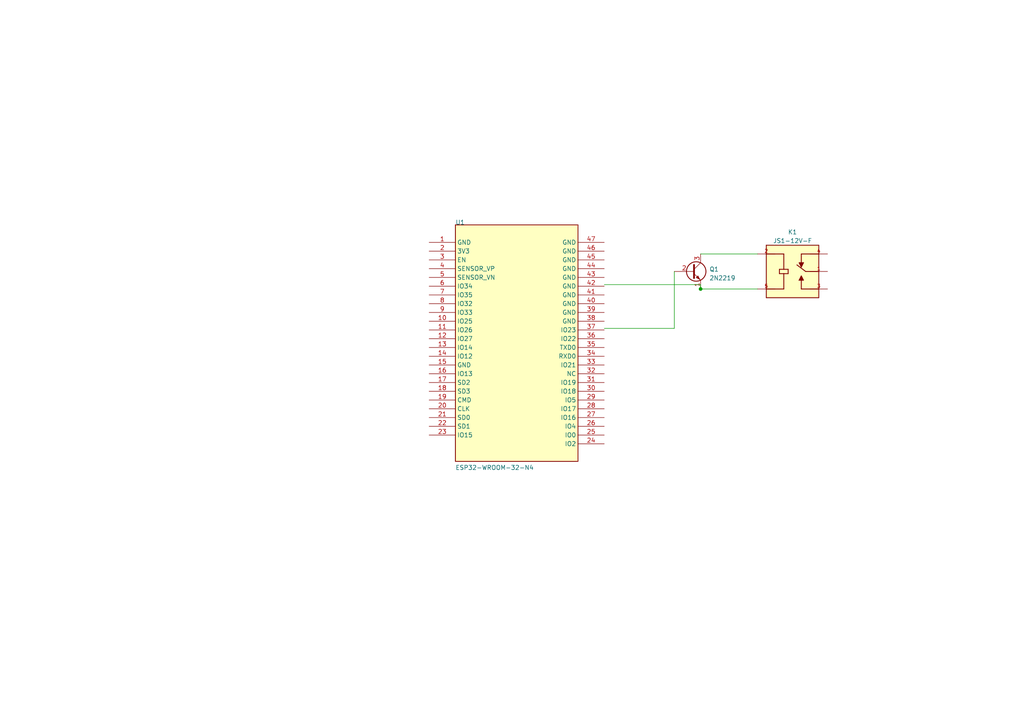
<source format=kicad_sch>
(kicad_sch (version 20230121) (generator eeschema)
  (paper "A4")
  (lib_symbols
    (symbol "EspToRelay-altium-import:root_0_ESP32-WROOM-32-N4"
      (symbol "root_0_ESP32-WROOM-32-N4_1_0"
        (rectangle (start 43.18 5.08) (end 7.62 -63.5) (stroke (width 0.254)) (fill (type background)))
        (pin power_in line (at 0 0 0) (length 7.62) (name "GND") (number "1"))
        (pin bidirectional line (at 0 -22.86 0) (length 7.62) (name "IO25") (number "10"))
        (pin bidirectional line (at 0 -25.4 0) (length 7.62) (name "IO26") (number "11"))
        (pin bidirectional line (at 0 -27.94 0) (length 7.62) (name "IO27") (number "12"))
        (pin bidirectional line (at 0 -30.48 0) (length 7.62) (name "IO14") (number "13"))
        (pin bidirectional line (at 0 -33.02 0) (length 7.62) (name "IO12") (number "14"))
        (pin power_in line (at 0 -35.56 0) (length 7.62) (name "GND") (number "15"))
        (pin bidirectional line (at 0 -38.1 0) (length 7.62) (name "IO13") (number "16"))
        (pin bidirectional line (at 0 -40.64 0) (length 7.62) (name "SD2") (number "17"))
        (pin bidirectional line (at 0 -43.18 0) (length 7.62) (name "SD3") (number "18"))
        (pin bidirectional line (at 0 -45.72 0) (length 7.62) (name "CMD") (number "19"))
        (pin power_in line (at 0 -2.54 0) (length 7.62) (name "3V3") (number "2"))
        (pin bidirectional line (at 0 -48.26 0) (length 7.62) (name "CLK") (number "20"))
        (pin bidirectional line (at 0 -50.8 0) (length 7.62) (name "SD0") (number "21"))
        (pin bidirectional line (at 0 -53.34 0) (length 7.62) (name "SD1") (number "22"))
        (pin bidirectional line (at 0 -55.88 0) (length 7.62) (name "IO15") (number "23"))
        (pin bidirectional line (at 50.8 -58.42 180) (length 7.62) (name "IO2") (number "24"))
        (pin bidirectional line (at 50.8 -55.88 180) (length 7.62) (name "IO0") (number "25"))
        (pin bidirectional line (at 50.8 -53.34 180) (length 7.62) (name "IO4") (number "26"))
        (pin bidirectional line (at 50.8 -50.8 180) (length 7.62) (name "IO16") (number "27"))
        (pin bidirectional line (at 50.8 -48.26 180) (length 7.62) (name "IO17") (number "28"))
        (pin bidirectional line (at 50.8 -45.72 180) (length 7.62) (name "IO5") (number "29"))
        (pin input line (at 0 -5.08 0) (length 7.62) (name "EN") (number "3"))
        (pin bidirectional line (at 50.8 -43.18 180) (length 7.62) (name "IO18") (number "30"))
        (pin bidirectional line (at 50.8 -40.64 180) (length 7.62) (name "IO19") (number "31"))
        (pin passive line (at 50.8 -38.1 180) (length 7.62) (name "NC") (number "32"))
        (pin bidirectional line (at 50.8 -35.56 180) (length 7.62) (name "IO21") (number "33"))
        (pin bidirectional line (at 50.8 -33.02 180) (length 7.62) (name "RXD0") (number "34"))
        (pin bidirectional line (at 50.8 -30.48 180) (length 7.62) (name "TXD0") (number "35"))
        (pin bidirectional line (at 50.8 -27.94 180) (length 7.62) (name "IO22") (number "36"))
        (pin bidirectional line (at 50.8 -25.4 180) (length 7.62) (name "IO23") (number "37"))
        (pin power_in line (at 50.8 -22.86 180) (length 7.62) (name "GND") (number "38"))
        (pin power_in line (at 50.8 -20.32 180) (length 7.62) (name "GND") (number "39"))
        (pin input line (at 0 -7.62 0) (length 7.62) (name "SENSOR_VP") (number "4"))
        (pin power_in line (at 50.8 -17.78 180) (length 7.62) (name "GND") (number "40"))
        (pin power_in line (at 50.8 -15.24 180) (length 7.62) (name "GND") (number "41"))
        (pin power_in line (at 50.8 -12.7 180) (length 7.62) (name "GND") (number "42"))
        (pin power_in line (at 50.8 -10.16 180) (length 7.62) (name "GND") (number "43"))
        (pin power_in line (at 50.8 -7.62 180) (length 7.62) (name "GND") (number "44"))
        (pin power_in line (at 50.8 -5.08 180) (length 7.62) (name "GND") (number "45"))
        (pin power_in line (at 50.8 -2.54 180) (length 7.62) (name "GND") (number "46"))
        (pin power_in line (at 50.8 0 180) (length 7.62) (name "GND") (number "47"))
        (pin input line (at 0 -10.16 0) (length 7.62) (name "SENSOR_VN") (number "5"))
        (pin input line (at 0 -12.7 0) (length 7.62) (name "IO34") (number "6"))
        (pin input line (at 0 -15.24 0) (length 7.62) (name "IO35") (number "7"))
        (pin bidirectional line (at 0 -17.78 0) (length 7.62) (name "IO32") (number "8"))
        (pin bidirectional line (at 0 -20.32 0) (length 7.62) (name "IO33") (number "9"))
      )
    )
    (symbol "JS1-12V-F:JS1-12V-F" (pin_names (offset 1.016))
      (property "Reference" "K" (at -7.62 8.89 0))
      (property "Value" "JS1-12V-F" (at -7.62 -10.16 0))
      (symbol "JS1-12V-F_0_0"
        (rectangle (start -7.62 -7.62) (end 7.62 7.62) (stroke (width 0.254)) (fill (type background)))
        (polyline (pts (xy -7.62 -5.08) (xy -2.54 -5.08)) (stroke (width 0.254)))
        (polyline (pts (xy -7.62 5.08) (xy -2.54 5.08)) (stroke (width 0.254)))
        (polyline (pts (xy -3.81 -0.635) (xy -3.81 0.635)) (stroke (width 0.254)))
        (polyline (pts (xy -3.81 0.635) (xy -2.54 0.635)) (stroke (width 0.254)))
        (polyline (pts (xy -2.54 -0.635) (xy -3.81 -0.635)) (stroke (width 0.254)))
        (polyline (pts (xy -2.54 -0.635) (xy -2.54 -5.08)) (stroke (width 0.254)))
        (polyline (pts (xy -2.54 0.635) (xy -1.27 0.635)) (stroke (width 0.254)))
        (polyline (pts (xy -2.54 5.08) (xy -2.54 0.635)) (stroke (width 0.254)))
        (polyline (pts (xy -1.27 -0.635) (xy -2.54 -0.635)) (stroke (width 0.254)))
        (polyline (pts (xy -1.27 0.635) (xy -1.27 -0.635)) (stroke (width 0.254)))
        (polyline (pts (xy 2.54 -5.08) (xy 2.54 -2.54)) (stroke (width 0.254)))
        (polyline (pts (xy 2.54 5.08) (xy 2.54 2.54)) (stroke (width 0.254)))
        (polyline (pts (xy 2.54 5.08) (xy 7.62 5.08)) (stroke (width 0.254)))
        (polyline (pts (xy 3.81 0) (xy 1.27 1.905)) (stroke (width 0.254)))
        (polyline (pts (xy 7.62 -5.08) (xy 2.54 -5.08)) (stroke (width 0.254)))
        (polyline (pts (xy 7.62 0) (xy 3.81 0)) (stroke (width 0.254)))
        (polyline (pts (xy 1.905 -2.54) (xy 3.175 -2.54) (xy 2.54 -1.27) (xy 1.905 -2.54)) (stroke (width 0.254)) (fill (type outline)))
        (polyline (pts (xy 3.175 2.54) (xy 1.905 2.54) (xy 2.54 1.27) (xy 3.175 2.54)) (stroke (width 0.254)) (fill (type outline)))
        (pin passive line (at 10.16 0 180) (length 5.08) (name "~") (number "1"))
        (pin passive line (at -10.16 5.08 0) (length 5.08) (name "~") (number "2"))
        (pin passive line (at 10.16 -5.08 180) (length 5.08) (name "~") (number "3"))
        (pin passive line (at 10.16 5.08 180) (length 5.08) (name "~") (number "4"))
        (pin passive line (at -10.16 -5.08 0) (length 5.08) (name "~") (number "5"))
      )
    )
    (symbol "Transistor_BJT:2N2219" (pin_names (offset 0) hide)
      (property "Reference" "Q" (at 5.08 1.905 0))
      (property "Value" "2N2219" (at 5.08 0 0))
      (symbol "2N2219_0_1"
        (polyline (pts (xy 0.635 0.635) (xy 2.54 2.54)))
        (polyline (pts (xy 0.635 -0.635) (xy 2.54 -2.54) (xy 2.54 -2.54)))
        (polyline (pts (xy 0.635 1.905) (xy 0.635 -1.905) (xy 0.635 -1.905)) (stroke (width 0.508)))
        (polyline (pts (xy 1.27 -1.778) (xy 1.778 -1.27) (xy 2.286 -2.286) (xy 1.27 -1.778) (xy 1.27 -1.778)) (fill (type outline)))
        (circle (center 1.27 0) (radius 2.8194) (stroke (width 0.254)))
      )
      (symbol "2N2219_1_1"
        (pin passive line (at 2.54 -5.08 90) (length 2.54) (name "E") (number "1"))
        (pin passive line (at -5.08 0 0) (length 5.715) (name "B") (number "2"))
        (pin passive line (at 2.54 5.08 270) (length 2.54) (name "C") (number "3"))
      )
    )
  )
  (junction (at 203.2 83.82))
  (wire (pts (xy 175.26 82.55) (xy 203.2 82.55)))
  (wire (pts (xy 175.26 95.25) (xy 195.58 95.25)))
  (wire (pts (xy 195.58 95.25) (xy 195.58 78.74)))
  (wire (pts (xy 203.2 83.82) (xy 219.71 83.82)))
  (wire (pts (xy 203.2 82.55) (xy 203.2 83.82)))
  (wire (pts (xy 203.2 73.66) (xy 219.71 73.66)))
  (symbol (lib_id "JS1-12V-F:JS1-12V-F") (at 229.87 78.74 0) (unit 1)
    (property "Reference" "K1" (at 229.87 67.31 0))
    (property "Value" "JS1-12V-F" (at 229.87 69.85 0))
    (property "Footprint" "RELAY_JS1-12V-F" (effects hide))
    (property "MAXIMUM_PACKAGE_HEIGHT" "16.70mm" (effects hide))
    (property "MANUFACTURER" "PANASONIC" (effects hide))
    (property "STANDARD" "Manufacturer Recommendations" (effects hide))
    (property "PARTREV" "N/A" (effects hide))
  )
  (symbol (lib_id "EspToRelay-altium-import:root_0_ESP32-WROOM-32-N4") (at 124.46 70.3072 0) (unit 1)
    (property "Reference" "U1" (at 132.08 65.2272 0) (effects (justify left bottom)))
    (property "Value" "ESP32-WROOM-32-N4" (at 132.08 136.3472 0) (effects (justify left bottom)))
    (property "Footprint" "MOD_ESP32-WROOM-32_EXP" (effects hide))
    (property "TYPE" "RF" (effects hide))
    (property "MFR_NAME" "Espressif Systems" (effects hide))
    (property "REFDES" "RefDes" (effects hide))
  )
  (symbol (lib_id "Transistor_BJT:2N2219") (at 200.66 78.74 0) (unit 1)
    (property "Reference" "Q1" (at 205.74 78.105 0) (effects (justify left)))
    (property "Value" "2N2219" (at 205.74 80.645 0) (effects (justify left)))
    (property "Footprint" "Package_TO_SOT_THT:TO-39-3" (effects hide))
    (property "Datasheet" "http://www.onsemi.com/pub_link/Collateral/2N2219-D.PDF" (effects hide))
  )
)
</source>
